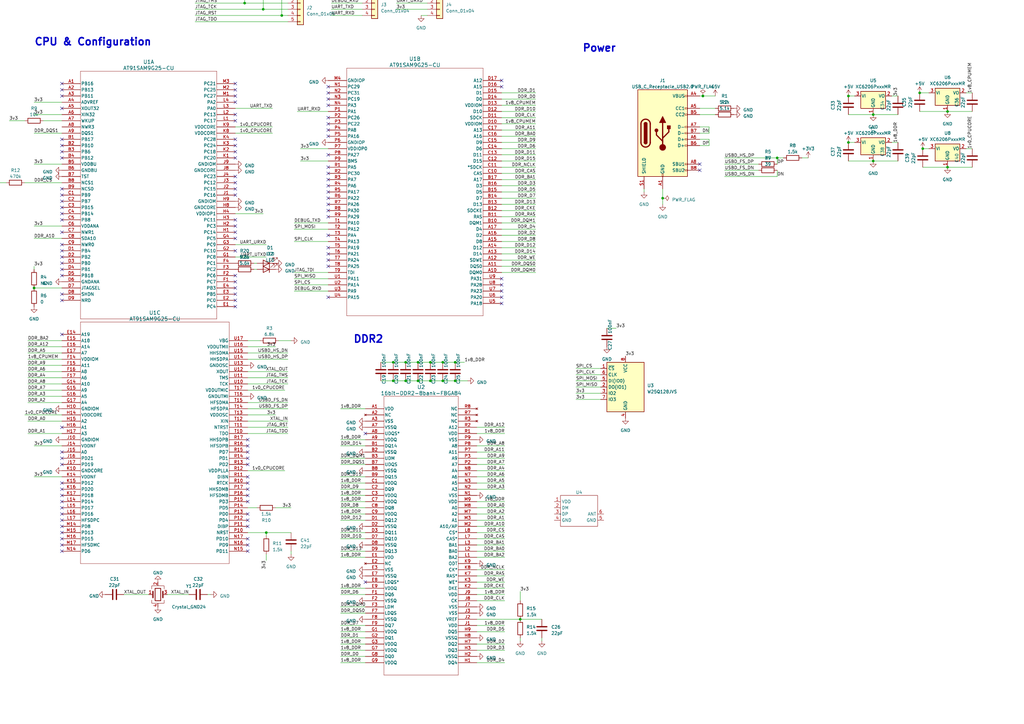
<source format=kicad_sch>
(kicad_sch (version 20230121) (generator eeschema)
  (paper "A3")
  (junction (at 176.53 148.59))
  (junction (at -45.72 113.03))
  (junction (at 288.29 39.37))
  (junction (at -40.64 113.03))
  (junction (at 107.95 -11.43))
  (junction (at -30.48 120.65))
  (junction (at -35.56 154.94))
  (junction (at -40.64 154.94))
  (junction (at 115.57 6.35))
  (junction (at -60.96 120.65))
  (junction (at 100.33 -11.43))
  (junction (at -55.88 113.03))
  (junction (at -50.8 162.56))
  (junction (at 388.62 45.72))
  (junction (at 107.95 3.81))
  (junction (at -55.88 154.94))
  (junction (at -60.96 135.89))
  (junction (at 318.77 64.77))
  (junction (at 171.45 148.59))
  (junction (at -50.8 120.65))
  (junction (at 271.78 81.28))
  (junction (at -35.56 120.65))
  (junction (at -35.56 113.03))
  (junction (at -30.48 113.03))
  (junction (at -45.72 154.94))
  (junction (at -60.96 143.51))
  (junction (at 92.71 -1.27))
  (junction (at -60.96 113.03))
  (junction (at 347.98 39.37))
  (junction (at -60.96 162.56))
  (junction (at 166.37 148.59))
  (junction (at 388.62 68.58))
  (junction (at 171.45 156.21))
  (junction (at 176.53 156.21))
  (junction (at -40.64 162.56))
  (junction (at -35.56 162.56))
  (junction (at -45.72 120.65))
  (junction (at 161.29 148.59))
  (junction (at -50.8 113.03))
  (junction (at 186.69 148.59))
  (junction (at 100.33 1.27))
  (junction (at 181.61 156.21))
  (junction (at 13.97 118.11))
  (junction (at -60.96 154.94))
  (junction (at -55.88 120.65))
  (junction (at 109.22 218.44))
  (junction (at 378.46 60.96))
  (junction (at -55.88 143.51))
  (junction (at 213.36 254))
  (junction (at -55.88 162.56))
  (junction (at 115.57 -11.43))
  (junction (at 377.19 38.1))
  (junction (at -40.64 120.65))
  (junction (at -50.8 154.94))
  (junction (at 358.14 66.04))
  (junction (at -55.88 135.89))
  (junction (at 358.14 46.99))
  (junction (at 181.61 148.59))
  (junction (at 161.29 156.21))
  (junction (at 347.98 58.42))
  (junction (at 166.37 156.21))
  (junction (at -45.72 162.56))
  (junction (at 186.69 156.21))
  (no_connect (at 134.62 86.36))
  (no_connect (at 134.62 71.12))
  (no_connect (at 287.02 69.85))
  (no_connect (at 25.4 36.83))
  (no_connect (at 101.6 200.66))
  (no_connect (at 25.4 105.41))
  (no_connect (at 96.52 118.11))
  (no_connect (at 134.62 121.92))
  (no_connect (at 134.62 55.88))
  (no_connect (at 101.6 182.88))
  (no_connect (at 96.52 64.77))
  (no_connect (at 25.4 34.29))
  (no_connect (at 96.52 36.83))
  (no_connect (at 134.62 63.5))
  (no_connect (at 101.6 195.58))
  (no_connect (at 134.62 50.8))
  (no_connect (at 96.52 115.57))
  (no_connect (at 25.4 226.06))
  (no_connect (at 205.74 35.56))
  (no_connect (at 25.4 120.65))
  (no_connect (at 25.4 208.28))
  (no_connect (at 25.4 59.69))
  (no_connect (at 25.4 110.49))
  (no_connect (at 101.6 215.9))
  (no_connect (at 101.6 205.74))
  (no_connect (at 101.6 223.52))
  (no_connect (at 134.62 109.22))
  (no_connect (at 205.74 119.38))
  (no_connect (at 101.6 198.12))
  (no_connect (at 101.6 180.34))
  (no_connect (at 96.52 113.03))
  (no_connect (at 205.74 121.92))
  (no_connect (at 134.62 81.28))
  (no_connect (at 134.62 73.66))
  (no_connect (at 25.4 100.33))
  (no_connect (at 25.4 187.96))
  (no_connect (at 25.4 213.36))
  (no_connect (at 25.4 77.47))
  (no_connect (at 25.4 205.74))
  (no_connect (at 96.52 74.93))
  (no_connect (at 96.52 46.99))
  (no_connect (at 25.4 123.19))
  (no_connect (at 96.52 102.87))
  (no_connect (at 101.6 226.06))
  (no_connect (at 205.74 114.3))
  (no_connect (at 149.86 238.76))
  (no_connect (at 25.4 113.03))
  (no_connect (at 134.62 88.9))
  (no_connect (at 101.6 190.5))
  (no_connect (at 96.52 72.39))
  (no_connect (at 25.4 107.95))
  (no_connect (at 101.6 187.96))
  (no_connect (at 134.62 35.56))
  (no_connect (at 205.74 33.02))
  (no_connect (at 96.52 90.17))
  (no_connect (at 25.4 90.17))
  (no_connect (at 96.52 80.01))
  (no_connect (at 205.74 124.46))
  (no_connect (at 101.6 185.42))
  (no_connect (at 25.4 80.01))
  (no_connect (at 134.62 76.2))
  (no_connect (at 96.52 34.29))
  (no_connect (at 25.4 190.5))
  (no_connect (at 96.52 77.47))
  (no_connect (at 96.52 97.79))
  (no_connect (at 25.4 87.63))
  (no_connect (at 101.6 213.36))
  (no_connect (at 134.62 83.82))
  (no_connect (at 96.52 120.65))
  (no_connect (at 25.4 185.42))
  (no_connect (at 287.02 67.31))
  (no_connect (at 101.6 220.98))
  (no_connect (at 149.86 177.8))
  (no_connect (at 96.52 125.73))
  (no_connect (at 205.74 116.84))
  (no_connect (at 25.4 95.25))
  (no_connect (at 101.6 203.2))
  (no_connect (at 96.52 95.25))
  (no_connect (at 25.4 220.98))
  (no_connect (at 96.52 123.19))
  (no_connect (at 25.4 39.37))
  (no_connect (at 134.62 106.68))
  (no_connect (at 25.4 200.66))
  (no_connect (at 96.52 62.23))
  (no_connect (at 25.4 175.26))
  (no_connect (at 134.62 104.14))
  (no_connect (at 134.62 43.18))
  (no_connect (at 25.4 210.82))
  (no_connect (at 96.52 59.69))
  (no_connect (at 134.62 101.6))
  (no_connect (at 25.4 203.2))
  (no_connect (at 25.4 64.77))
  (no_connect (at 96.52 92.71))
  (no_connect (at 96.52 49.53))
  (no_connect (at 96.52 41.91))
  (no_connect (at 25.4 102.87))
  (no_connect (at 25.4 62.23))
  (no_connect (at 134.62 53.34))
  (no_connect (at 134.62 40.64))
  (no_connect (at 25.4 85.09))
  (no_connect (at 96.52 39.37))
  (no_connect (at 25.4 223.52))
  (no_connect (at 134.62 48.26))
  (no_connect (at 134.62 38.1))
  (no_connect (at 25.4 198.12))
  (no_connect (at 25.4 137.16))
  (no_connect (at 25.4 44.45))
  (no_connect (at 134.62 96.52))
  (no_connect (at 25.4 82.55))
  (no_connect (at 96.52 57.15))
  (no_connect (at 134.62 68.58))
  (no_connect (at 25.4 218.44))
  (no_connect (at 25.4 57.15))
  (no_connect (at 134.62 78.74))
  (no_connect (at 25.4 215.9))
  (no_connect (at 101.6 210.82))
  (wire (pts (xy 106.68 139.7) (xy 101.6 139.7)))
  (wire (pts (xy 264.16 78.74) (xy 264.16 77.47)))
  (wire (pts (xy 195.58 264.16) (xy 207.01 264.16)))
  (wire (pts (xy -30.48 113.03) (xy -22.86 113.03)))
  (wire (pts (xy 11.43 149.86) (xy 25.4 149.86)))
  (wire (pts (xy -50.8 120.65) (xy -45.72 120.65)))
  (wire (pts (xy 101.6 208.28) (xy 105.41 208.28)))
  (wire (pts (xy 347.98 39.37) (xy 350.52 39.37)))
  (wire (pts (xy -50.8 113.03) (xy -45.72 113.03)))
  (wire (pts (xy 236.22 156.21) (xy 246.38 156.21)))
  (wire (pts (xy 120.65 99.06) (xy 134.62 99.06)))
  (wire (pts (xy 11.43 144.78) (xy 25.4 144.78)))
  (wire (pts (xy 80.01 8.89) (xy 118.11 8.89)))
  (wire (pts (xy 195.58 200.66) (xy 207.01 200.66)))
  (wire (pts (xy -30.48 120.65) (xy -22.86 120.65)))
  (wire (pts (xy 195.58 259.08) (xy 207.01 259.08)))
  (wire (pts (xy 13.97 118.11) (xy 25.4 118.11)))
  (wire (pts (xy 195.58 185.42) (xy 207.01 185.42)))
  (wire (pts (xy 11.43 152.4) (xy 25.4 152.4)))
  (wire (pts (xy 195.58 213.36) (xy 207.01 213.36)))
  (wire (pts (xy 195.58 243.84) (xy 207.01 243.84)))
  (wire (pts (xy 92.71 -3.81) (xy 92.71 -1.27)))
  (wire (pts (xy 378.46 60.96) (xy 381 60.96)))
  (wire (pts (xy 318.77 72.39) (xy 318.77 69.85)))
  (wire (pts (xy 139.7 220.98) (xy 149.86 220.98)))
  (wire (pts (xy -45.72 154.94) (xy -40.64 154.94)))
  (wire (pts (xy 236.22 161.29) (xy 246.38 161.29)))
  (wire (pts (xy 195.58 220.98) (xy 207.01 220.98)))
  (wire (pts (xy 139.7 167.64) (xy 149.86 167.64)))
  (wire (pts (xy 139.7 228.6) (xy 149.86 228.6)))
  (wire (pts (xy 205.74 81.28) (xy 219.71 81.28)))
  (wire (pts (xy 205.74 63.5) (xy 219.71 63.5)))
  (wire (pts (xy 139.7 261.62) (xy 149.86 261.62)))
  (wire (pts (xy 11.43 157.48) (xy 25.4 157.48)))
  (wire (pts (xy -66.04 154.94) (xy -60.96 154.94)))
  (wire (pts (xy 118.11 147.32) (xy 101.6 147.32)))
  (wire (pts (xy 10.16 170.18) (xy 25.4 170.18)))
  (wire (pts (xy -55.88 143.51) (xy -45.72 143.51)))
  (wire (pts (xy 116.84 160.02) (xy 101.6 160.02)))
  (wire (pts (xy 205.74 76.2) (xy 219.71 76.2)))
  (wire (pts (xy -40.64 120.65) (xy -35.56 120.65)))
  (wire (pts (xy 171.45 148.59) (xy 176.53 148.59)))
  (wire (pts (xy 139.7 266.7) (xy 149.86 266.7)))
  (wire (pts (xy 252.73 134.62) (xy 248.92 134.62)))
  (wire (pts (xy 347.98 66.04) (xy 358.14 66.04)))
  (wire (pts (xy -66.04 162.56) (xy -60.96 162.56)))
  (wire (pts (xy 205.74 99.06) (xy 219.71 99.06)))
  (wire (pts (xy 205.74 71.12) (xy 219.71 71.12)))
  (wire (pts (xy 139.7 205.74) (xy 149.86 205.74)))
  (wire (pts (xy 11.43 154.94) (xy 25.4 154.94)))
  (wire (pts (xy 104.14 110.49) (xy 105.41 110.49)))
  (wire (pts (xy 115.57 -3.81) (xy 115.57 6.35)))
  (wire (pts (xy 377.19 45.72) (xy 388.62 45.72)))
  (wire (pts (xy 13.97 41.91) (xy 25.4 41.91)))
  (wire (pts (xy 195.58 195.58) (xy 207.01 195.58)))
  (wire (pts (xy -45.72 120.65) (xy -40.64 120.65)))
  (wire (pts (xy 195.58 256.54) (xy 207.01 256.54)))
  (wire (pts (xy 162.56 3.81) (xy 175.26 3.81)))
  (wire (pts (xy -60.96 154.94) (xy -55.88 154.94)))
  (wire (pts (xy 118.11 144.78) (xy 101.6 144.78)))
  (wire (pts (xy 80.01 3.81) (xy 107.95 3.81)))
  (wire (pts (xy 195.58 241.3) (xy 207.01 241.3)))
  (wire (pts (xy 120.65 119.38) (xy 134.62 119.38)))
  (wire (pts (xy 111.76 54.61) (xy 96.52 54.61)))
  (wire (pts (xy 347.98 58.42) (xy 350.52 58.42)))
  (wire (pts (xy 195.58 190.5) (xy 207.01 190.5)))
  (wire (pts (xy 161.29 156.21) (xy 166.37 156.21)))
  (wire (pts (xy 120.65 111.76) (xy 134.62 111.76)))
  (wire (pts (xy 176.53 156.21) (xy 181.61 156.21)))
  (wire (pts (xy 11.43 172.72) (xy 25.4 172.72)))
  (wire (pts (xy -50.8 154.94) (xy -45.72 154.94)))
  (wire (pts (xy 219.71 40.64) (xy 205.74 40.64)))
  (wire (pts (xy 388.62 68.58) (xy 398.78 68.58)))
  (wire (pts (xy 139.7 241.3) (xy 149.86 241.3)))
  (wire (pts (xy 205.74 91.44) (xy 219.71 91.44)))
  (wire (pts (xy 287.02 54.61) (xy 290.83 54.61)))
  (wire (pts (xy 396.24 38.1) (xy 398.78 38.1)))
  (wire (pts (xy 13.97 97.79) (xy 25.4 97.79)))
  (wire (pts (xy 205.74 48.26) (xy 219.71 48.26)))
  (wire (pts (xy 86.36 243.84) (xy 85.09 243.84)))
  (wire (pts (xy 139.7 269.24) (xy 149.86 269.24)))
  (wire (pts (xy 118.11 165.1) (xy 101.6 165.1)))
  (wire (pts (xy 77.47 243.84) (xy 68.58 243.84)))
  (wire (pts (xy 118.11 172.72) (xy 101.6 172.72)))
  (wire (pts (xy 290.83 59.69) (xy 290.83 57.15)))
  (wire (pts (xy 10.16 74.93) (xy 25.4 74.93)))
  (wire (pts (xy 297.18 69.85) (xy 311.15 69.85)))
  (wire (pts (xy 195.58 193.04) (xy 207.01 193.04)))
  (wire (pts (xy 205.74 78.74) (xy 219.71 78.74)))
  (wire (pts (xy -45.72 113.03) (xy -40.64 113.03)))
  (wire (pts (xy 139.7 248.92) (xy 149.86 248.92)))
  (wire (pts (xy 13.97 182.88) (xy 25.4 182.88)))
  (wire (pts (xy 181.61 148.59) (xy 186.69 148.59)))
  (wire (pts (xy 205.74 50.8) (xy 219.71 50.8)))
  (wire (pts (xy 139.7 251.46) (xy 149.86 251.46)))
  (wire (pts (xy 195.58 226.06) (xy 207.01 226.06)))
  (wire (pts (xy 293.37 39.37) (xy 288.29 39.37)))
  (wire (pts (xy -55.88 162.56) (xy -50.8 162.56)))
  (wire (pts (xy 195.58 182.88) (xy 207.01 182.88)))
  (wire (pts (xy 318.77 64.77) (xy 318.77 67.31)))
  (wire (pts (xy 113.03 208.28) (xy 119.38 208.28)))
  (wire (pts (xy 195.58 175.26) (xy 207.01 175.26)))
  (wire (pts (xy 13.97 54.61) (xy 25.4 54.61)))
  (wire (pts (xy -35.56 154.94) (xy -27.94 154.94)))
  (wire (pts (xy 166.37 156.21) (xy 171.45 156.21)))
  (wire (pts (xy 195.58 228.6) (xy 207.01 228.6)))
  (wire (pts (xy 120.65 116.84) (xy 134.62 116.84)))
  (wire (pts (xy 195.58 238.76) (xy 207.01 238.76)))
  (wire (pts (xy -35.56 162.56) (xy -27.94 162.56)))
  (wire (pts (xy 13.97 92.71) (xy 25.4 92.71)))
  (wire (pts (xy 205.74 109.22) (xy 219.71 109.22)))
  (wire (pts (xy 135.89 1.27) (xy 148.59 1.27)))
  (wire (pts (xy 119.38 227.33) (xy 119.38 226.06)))
  (wire (pts (xy 195.58 210.82) (xy 207.01 210.82)))
  (wire (pts (xy 96.52 105.41) (xy 109.22 105.41)))
  (wire (pts (xy 80.01 1.27) (xy 100.33 1.27)))
  (wire (pts (xy 195.58 233.68) (xy 207.01 233.68)))
  (wire (pts (xy 297.18 72.39) (xy 318.77 72.39)))
  (wire (pts (xy 111.76 52.07) (xy 96.52 52.07)))
  (wire (pts (xy 205.74 43.18) (xy 219.71 43.18)))
  (wire (pts (xy 205.74 83.82) (xy 219.71 83.82)))
  (wire (pts (xy 107.95 -3.81) (xy 107.95 3.81)))
  (wire (pts (xy 293.37 46.99) (xy 287.02 46.99)))
  (wire (pts (xy 135.89 6.35) (xy 148.59 6.35)))
  (wire (pts (xy 139.7 190.5) (xy 149.86 190.5)))
  (wire (pts (xy 11.43 142.24) (xy 25.4 142.24)))
  (wire (pts (xy 92.71 -1.27) (xy 118.11 -1.27)))
  (wire (pts (xy 139.7 226.06) (xy 149.86 226.06)))
  (wire (pts (xy -55.88 135.89) (xy -45.72 135.89)))
  (wire (pts (xy 171.45 156.21) (xy 176.53 156.21)))
  (wire (pts (xy 195.58 236.22) (xy 207.01 236.22)))
  (wire (pts (xy 119.38 139.7) (xy 114.3 139.7)))
  (wire (pts (xy 120.65 93.98) (xy 134.62 93.98)))
  (wire (pts (xy 222.25 262.89) (xy 222.25 261.62)))
  (wire (pts (xy 213.36 254) (xy 222.25 254)))
  (wire (pts (xy 195.58 271.78) (xy 207.01 271.78)))
  (wire (pts (xy 118.11 167.64) (xy 101.6 167.64)))
  (wire (pts (xy 297.18 67.31) (xy 311.15 67.31)))
  (wire (pts (xy -3.81 74.93) (xy 2.54 74.93)))
  (wire (pts (xy 205.74 60.96) (xy 219.71 60.96)))
  (wire (pts (xy 139.7 198.12) (xy 149.86 198.12)))
  (wire (pts (xy -60.96 162.56) (xy -55.88 162.56)))
  (wire (pts (xy -50.8 162.56) (xy -45.72 162.56)))
  (wire (pts (xy 118.11 152.4) (xy 101.6 152.4)))
  (wire (pts (xy 13.97 46.99) (xy 25.4 46.99)))
  (wire (pts (xy 139.7 259.08) (xy 149.86 259.08)))
  (wire (pts (xy -55.88 120.65) (xy -50.8 120.65)))
  (wire (pts (xy -60.96 120.65) (xy -55.88 120.65)))
  (wire (pts (xy 388.62 45.72) (xy 398.78 45.72)))
  (wire (pts (xy 11.43 162.56) (xy 25.4 162.56)))
  (wire (pts (xy 205.74 73.66) (xy 219.71 73.66)))
  (wire (pts (xy -60.96 113.03) (xy -55.88 113.03)))
  (wire (pts (xy 139.7 243.84) (xy 149.86 243.84)))
  (wire (pts (xy -45.72 162.56) (xy -40.64 162.56)))
  (wire (pts (xy 11.43 160.02) (xy 25.4 160.02)))
  (wire (pts (xy 13.97 67.31) (xy 25.4 67.31)))
  (wire (pts (xy 365.76 39.37) (xy 368.3 39.37)))
  (wire (pts (xy 288.29 39.37) (xy 287.02 39.37)))
  (wire (pts (xy 321.31 64.77) (xy 318.77 64.77)))
  (wire (pts (xy 186.69 156.21) (xy 191.77 156.21)))
  (wire (pts (xy 100.33 -11.43) (xy 107.95 -11.43)))
  (wire (pts (xy 236.22 153.67) (xy 246.38 153.67)))
  (wire (pts (xy 205.74 106.68) (xy 219.71 106.68)))
  (wire (pts (xy 205.74 68.58) (xy 219.71 68.58)))
  (wire (pts (xy 378.46 68.58) (xy 388.62 68.58)))
  (wire (pts (xy 109.22 218.44) (xy 119.38 218.44)))
  (wire (pts (xy 25.4 147.32) (xy 11.43 147.32)))
  (wire (pts (xy 101.6 177.8) (xy 118.11 177.8)))
  (wire (pts (xy 139.7 200.66) (xy 149.86 200.66)))
  (wire (pts (xy 139.7 210.82) (xy 149.86 210.82)))
  (wire (pts (xy 236.22 158.75) (xy 246.38 158.75)))
  (wire (pts (xy 195.58 177.8) (xy 207.01 177.8)))
  (wire (pts (xy 271.78 81.28) (xy 271.78 77.47)))
  (wire (pts (xy 50.8 243.84) (xy 60.96 243.84)))
  (wire (pts (xy 120.65 114.3) (xy 134.62 114.3)))
  (wire (pts (xy 139.7 271.78) (xy 149.86 271.78)))
  (wire (pts (xy 139.7 203.2) (xy 149.86 203.2)))
  (wire (pts (xy 236.22 151.13) (xy 246.38 151.13)))
  (wire (pts (xy 195.58 187.96) (xy 207.01 187.96)))
  (wire (pts (xy 13.97 109.22) (xy 13.97 110.49)))
  (wire (pts (xy 109.22 227.33) (xy 109.22 229.87)))
  (wire (pts (xy 104.14 107.95) (xy 105.41 107.95)))
  (wire (pts (xy 3.81 49.53) (xy 10.16 49.53)))
  (wire (pts (xy 161.29 148.59) (xy 166.37 148.59)))
  (wire (pts (xy 205.74 58.42) (xy 219.71 58.42)))
  (wire (pts (xy 195.58 254) (xy 213.36 254)))
  (wire (pts (xy 162.56 1.27) (xy 175.26 1.27)))
  (wire (pts (xy 205.74 88.9) (xy 219.71 88.9)))
  (wire (pts (xy 365.76 58.42) (xy 368.3 58.42)))
  (wire (pts (xy 107.95 87.63) (xy 96.52 87.63)))
  (wire (pts (xy 80.01 6.35) (xy 115.57 6.35)))
  (wire (pts (xy 205.74 96.52) (xy 219.71 96.52)))
  (wire (pts (xy 11.43 139.7) (xy 25.4 139.7)))
  (wire (pts (xy 135.89 -1.27) (xy 148.59 -1.27)))
  (wire (pts (xy 121.92 45.72) (xy 134.62 45.72)))
  (wire (pts (xy 205.74 45.72) (xy 219.71 45.72)))
  (wire (pts (xy 139.7 256.54) (xy 149.86 256.54)))
  (wire (pts (xy 162.56 -1.27) (xy 175.26 -1.27)))
  (wire (pts (xy 11.43 177.8) (xy 25.4 177.8)))
  (wire (pts (xy 139.7 187.96) (xy 149.86 187.96)))
  (wire (pts (xy 156.21 148.59) (xy 161.29 148.59)))
  (wire (pts (xy 100.33 -3.81) (xy 100.33 1.27)))
  (wire (pts (xy 195.58 266.7) (xy 207.01 266.7)))
  (wire (pts (xy 358.14 46.99) (xy 368.3 46.99)))
  (wire (pts (xy 347.98 46.99) (xy 358.14 46.99)))
  (wire (pts (xy 290.83 57.15) (xy 287.02 57.15)))
  (wire (pts (xy -35.56 120.65) (xy -30.48 120.65)))
  (wire (pts (xy -40.64 162.56) (xy -35.56 162.56)))
  (wire (pts (xy 236.22 163.83) (xy 246.38 163.83)))
  (wire (pts (xy 176.53 148.59) (xy 181.61 148.59)))
  (wire (pts (xy 205.74 55.88) (xy 219.71 55.88)))
  (wire (pts (xy 118.11 157.48) (xy 101.6 157.48)))
  (wire (pts (xy 205.74 53.34) (xy 219.71 53.34)))
  (wire (pts (xy 195.58 218.44) (xy 207.01 218.44)))
  (wire (pts (xy 195.58 198.12) (xy 207.01 198.12)))
  (wire (pts (xy 139.7 180.34) (xy 149.86 180.34)))
  (wire (pts (xy -66.04 113.03) (xy -60.96 113.03)))
  (wire (pts (xy 186.69 148.59) (xy 190.5 148.59)))
  (wire (pts (xy 139.7 208.28) (xy 149.86 208.28)))
  (wire (pts (xy 139.7 195.58) (xy 149.86 195.58)))
  (wire (pts (xy 139.7 218.44) (xy 149.86 218.44)))
  (wire (pts (xy -40.64 154.94) (xy -35.56 154.94)))
  (wire (pts (xy 195.58 208.28) (xy 207.01 208.28)))
  (wire (pts (xy 290.83 52.07) (xy 290.83 54.61)))
  (wire (pts (xy -35.56 113.03) (xy -30.48 113.03)))
  (wire (pts (xy 135.89 3.81) (xy 148.59 3.81)))
  (wire (pts (xy 377.19 38.1) (xy 381 38.1)))
  (wire (pts (xy 271.78 83.82) (xy 271.78 81.28)))
  (wire (pts (xy 166.37 148.59) (xy 171.45 148.59)))
  (wire (pts (xy 205.74 66.04) (xy 219.71 66.04)))
  (wire (pts (xy 120.65 91.44) (xy 134.62 91.44)))
  (wire (pts (xy 297.18 64.77) (xy 318.77 64.77)))
  (wire (pts (xy 100.33 1.27) (xy 118.11 1.27)))
  (wire (pts (xy 156.21 156.21) (xy 161.29 156.21)))
  (wire (pts (xy 11.43 165.1) (xy 25.4 165.1)))
  (wire (pts (xy 123.19 60.96) (xy 134.62 60.96)))
  (wire (pts (xy -60.96 135.89) (xy -55.88 135.89)))
  (wire (pts (xy 195.58 223.52) (xy 207.01 223.52)))
  (wire (pts (xy -55.88 154.94) (xy -50.8 154.94)))
  (wire (pts (xy 96.52 44.45) (xy 111.76 44.45)))
  (wire (pts (xy 213.36 242.57) (xy 213.36 246.38)))
  (wire (pts (xy 17.78 49.53) (xy 25.4 49.53)))
  (wire (pts (xy 195.58 205.74) (xy 207.01 205.74)))
  (wire (pts (xy 293.37 44.45) (xy 287.02 44.45)))
  (wire (pts (xy 115.57 -11.43) (xy 121.92 -11.43)))
  (wire (pts (xy 205.74 86.36) (xy 219.71 86.36)))
  (wire (pts (xy 205.74 101.6) (xy 219.71 101.6)))
  (wire (pts (xy 80.01 -1.27) (xy 92.71 -1.27)))
  (wire (pts (xy 113.03 142.24) (xy 101.6 142.24)))
  (wire (pts (xy 181.61 156.21) (xy 186.69 156.21)))
  (wire (pts (xy 205.74 93.98) (xy 219.71 93.98)))
  (wire (pts (xy -66.04 120.65) (xy -60.96 120.65)))
  (wire (pts (xy 107.95 3.81) (xy 118.11 3.81)))
  (wire (pts (xy 101.6 175.26) (xy 118.11 175.26)))
  (wire (pts (xy 205.74 38.1) (xy 219.71 38.1)))
  (wire (pts (xy 116.84 193.04) (xy 101.6 193.04)))
  (wire (pts (xy -66.04 143.51) (xy -60.96 143.51)))
  (wire (pts (xy 331.47 64.77) (xy 328.93 64.77)))
  (wire (pts (xy 396.24 60.96) (xy 398.78 60.96)))
  (wire (pts (xy 139.7 213.36) (xy 149.86 213.36)))
  (wire (pts (xy 115.57 6.35) (xy 118.11 6.35)))
  (wire (pts (xy 109.22 219.71) (xy 109.22 218.44)))
  (wire (pts (xy 205.74 104.14) (xy 219.71 104.14)))
  (wire (pts (xy -40.64 113.03) (xy -35.56 113.03)))
  (wire (pts (xy -66.04 135.89) (xy -60.96 135.89)))
  (wire (pts (xy 92.71 -11.43) (xy 100.33 -11.43)))
  (wire (pts (xy 358.14 66.04) (xy 368.3 66.04)))
  (wire (pts (xy 139.7 182.88) (xy 149.86 182.88)))
  (wire (pts (xy 287.02 52.07) (xy 290.83 52.07)))
  (wire (pts (xy 107.95 -11.43) (xy 115.57 -11.43)))
  (wire (pts (xy -55.88 113.03) (xy -50.8 113.03)))
  (wire (pts (xy 205.74 111.76) (xy 219.71 111.76)))
  (wire (pts (xy 287.02 59.69) (xy 290.83 59.69)))
  (wire (pts (xy 195.58 246.38) (xy 207.01 246.38)))
  (wire (pts (xy 118.11 154.94) (xy 101.6 154.94)))
  (wire (pts (xy 113.03 170.18) (xy 101.6 170.18)))
  (wire (pts (xy 13.97 195.58) (xy 25.4 195.58)))
  (wire (pts (xy 172.72 6.35) (xy 175.26 6.35)))
  (wire (pts (xy 101.6 218.44) (xy 109.22 218.44)))
  (wire (pts (xy -60.96 143.51) (xy -55.88 143.51)))
  (wire (pts (xy 139.7 264.16) (xy 149.86 264.16)))
  (wire (pts (xy 96.52 100.33) (xy 109.22 100.33)))
  (wire (pts (xy 123.19 66.04) (xy 134.62 66.04)))
  (wire (pts (xy 195.58 215.9) (xy 207.01 215.9)))
  (wire (pts (xy 213.36 261.62) (xy 213.36 262.89)))
  (text "CPU & Configuration\n" (at 13.97 19.05 0) (effects (font (size 3 3) (thickness 0.6) bold) (justify left bottom)))
  (text "Power" (at 238.76 21.59 0) (effects (font (size 3 3) (thickness 0.6) bold) (justify left bottom)))
  (text "DDR2" (at 144.78 140.97 0) (effects (font (size 3 3) (thickness 0.6) bold) (justify left bottom)))
  (label "DDR_A5" (at 207.01 198.12 180))
  (label "DDR_D1" (at 139.7 261.62 0))
  (label "DDR_A5" (at 11.43 144.78 0))
  (label "1v8_DDR" (at 207.01 205.74 180))
  (label "DDR_RAS" (at 207.01 236.22 180))
  (label "DDR_D7" (at 139.7 256.54 0))
  (label "3v3" (at 256.54 146.05 0))
  (label "DEBUG_RXD" (at 135.89 1.27 0))
  (label "DDR_A3" (at 11.43 162.56 0))
  (label "3v3" (at 236.22 161.29 0))
  (label "DDR_A11" (at 207.01 185.42 180))
  (label "UART_TXD" (at 135.89 3.81 0))
  (label "DDR_D8" (at 219.71 99.06 180))
  (label "JTAG_TDI" (at 120.65 111.76 0))
  (label "UART_URXD" (at 162.56 1.27 0))
  (label "DDR_D11" (at 219.71 63.5 180))
  (label "SPI_CS" (at 236.22 151.13 0))
  (label "DDR_D14" (at 219.71 104.14 180))
  (label "UART_RXD" (at 121.92 45.72 0))
  (label "1v0_CPUCORE" (at 111.76 52.07 180))
  (label "JTAG_TMS" (at 118.11 154.94 180))
  (label "DDR_CKE" (at 207.01 241.3 180))
  (label "1v8_CPUMEM" (at 11.43 147.32 0))
  (label "DDR_CLK" (at 207.01 246.38 180))
  (label "UART_TXD" (at 111.76 44.45 180))
  (label "JTAG_RST" (at 118.11 175.26 180))
  (label "DDR_NCLK" (at 219.71 68.58 180))
  (label "DDR_D5" (at 219.71 78.74 180))
  (label "3v3" (at 368.3 39.37 90))
  (label "DDR_A1" (at 11.43 177.8 0))
  (label "1v0_CPUCORE" (at 111.76 54.61 180))
  (label "SPI_CLK" (at 236.22 153.67 0))
  (label "1v8_DDR" (at 368.3 58.42 90))
  (label "JTAG_TCK" (at 118.11 157.48 180))
  (label "3v3" (at 121.92 -11.43 0))
  (label "1v0_CPUCORE" (at 116.84 193.04 180))
  (label "1v8_DDR" (at 139.7 167.64 0))
  (label "DDR_CAS" (at 219.71 71.12 180))
  (label "USBD_HS_DN" (at 118.11 144.78 180))
  (label "USBD_FS_DP" (at 118.11 167.64 180))
  (label "UART_UTXD" (at 109.22 105.41 180))
  (label "SPI_MISO" (at 236.22 158.75 0))
  (label "3v3" (at 162.56 3.81 0))
  (label "1v8_DDR" (at 139.7 205.74 0))
  (label "DDR_D4" (at 219.71 93.98 180))
  (label "DDR_BA0" (at 207.01 226.06 180))
  (label "1v8_CPUMEM" (at 219.71 43.18 180))
  (label "SPI_MISO" (at 120.65 114.3 0))
  (label "1v8_DDR" (at 139.7 198.12 0))
  (label "DDR_D6" (at 219.71 60.96 180))
  (label "DDR_WE" (at 207.01 238.76 180))
  (label "1v8_DDR" (at 139.7 180.34 0))
  (label "DDR_DQM0" (at 219.71 111.76 180))
  (label "SPI_MOSI" (at 236.22 156.21 0))
  (label "1v8_DDR" (at 207.01 243.84 180))
  (label "1v8_DDR" (at 139.7 271.78 0))
  (label "DDR_D3" (at 219.71 76.2 180))
  (label "1v8_DDR" (at 139.7 228.6 0))
  (label "1v0_CPUCORE" (at -27.94 154.94 0))
  (label "DDR_A11" (at 219.71 53.34 180))
  (label "3v3" (at 13.97 46.99 0))
  (label "DEBUG_TXD" (at 135.89 -1.27 0))
  (label "DDR_NCLK" (at 207.01 233.68 180))
  (label "3v3" (at 213.36 242.57 0))
  (label "1v0_CPUCORE" (at 116.84 160.02 180))
  (label "DDR_BA0" (at 219.71 55.88 180))
  (label "DDR_DQS1" (at 139.7 190.5 0))
  (label "USBD_FS_DP" (at 297.18 67.31 0))
  (label "DDR_CAS" (at 207.01 220.98 180))
  (label "DDR_A3" (at 207.01 200.66 180))
  (label "3v3" (at 13.97 41.91 0))
  (label "3v3" (at 123.19 60.96 0))
  (label "DP" (at 290.83 59.69 180))
  (label "DDR_D5" (at 207.01 259.08 180))
  (label "SPI_CLK" (at 120.65 99.06 0))
  (label "DDR_DQS0" (at 139.7 251.46 0))
  (label "DDR_CLK" (at 219.71 48.26 180))
  (label "DDR_A1" (at 207.01 213.36 180))
  (label "1v0_CPUCORE" (at 10.16 170.18 0))
  (label "DDR_RAS" (at 219.71 88.9 180))
  (label "DDR_A0" (at 11.43 172.72 0))
  (label "DDR_D15" (at 139.7 195.58 0))
  (label "DDR_CS" (at 207.01 218.44 180))
  (label "XTAL_IN" (at 77.47 243.84 180))
  (label "3v3" (at 113.03 142.24 180))
  (label "3v3" (at 13.97 67.31 0))
  (label "DDR_D10" (at 219.71 45.72 180))
  (label "JTAG_TDO" (at 118.11 177.8 180))
  (label "3v3" (at 107.95 87.63 180))
  (label "DEBUG_TXD" (at 120.65 91.44 0))
  (label "1v8_CPUMEM" (at 398.78 38.1 90))
  (label "DDR_A6" (at 207.01 195.58 180))
  (label "DDR_D11" (at 139.7 218.44 0))
  (label "DDR_A8" (at 11.43 157.48 0))
  (label "1v8_DDR" (at 207.01 256.54 180))
  (label "1v8_DDR" (at 139.7 259.08 0))
  (label "JTAG_RST" (at 80.01 6.35 0))
  (label "USBD_FS_DN" (at 118.11 165.1 180))
  (label "1v8_DDR" (at 139.7 210.82 0))
  (label "1v8_CPUMEM" (at 219.71 50.8 180))
  (label "DDR_D13" (at 139.7 226.06 0))
  (label "JTAG_TDI" (at 80.01 -1.27 0))
  (label "USBD_HS_DN" (at 297.18 72.39 0))
  (label "DDR_A12" (at 207.01 175.26 180))
  (label "DDR_DQM0" (at 139.7 248.92 0))
  (label "DDR_D12" (at 219.71 101.6 180))
  (label "1v8_DDR" (at 207.01 177.8 180))
  (label "3v3" (at 13.97 109.22 0))
  (label "DDR_CKE" (at 219.71 86.36 180))
  (label "DDR_A10" (at 13.97 97.79 0))
  (label "DDR_D8" (at 139.7 208.28 0))
  (label "DDR_A4" (at 11.43 154.94 0))
  (label "1v8_DDR" (at 139.7 264.16 0))
  (label "DP" (at 318.77 67.31 0))
  (label "DDR_BA2" (at 11.43 139.7 0))
  (label "DDR_D7" (at 219.71 81.28 180))
  (label "DDR_BA1" (at 219.71 73.66 180))
  (label "3v3" (at 13.97 92.71 0))
  (label "XTAL_OUT" (at 50.8 243.84 0))
  (label "XTAL_IN" (at 118.11 172.72 180))
  (label "DDR_A0" (at 207.01 208.28 180))
  (label "3v3" (at -22.86 113.03 0))
  (label "DDR_D9" (at 219.71 58.42 180))
  (label "UART_UTXD" (at 162.56 -1.27 0))
  (label "DDR_D12" (at 139.7 213.36 0))
  (label "DEBUG_RXD" (at 120.65 119.38 0))
  (label "DDR_D0" (at 139.7 269.24 0))
  (label "JTAG_TMS" (at 80.01 1.27 0))
  (label "1v0_CPUCORE" (at 398.78 60.96 90))
  (label "USBD_HS_DP" (at 118.11 147.32 180))
  (label "3v3" (at 123.19 66.04 0))
  (label "3v3" (at 236.22 163.83 0))
  (label "3v3" (at 3.81 49.53 0))
  (label "DDR_A7" (at 207.01 190.5 180))
  (label "DDR_D9" (at 139.7 200.66 0))
  (label "DDR_A7" (at 11.43 160.02 0))
  (label "UART_RXD" (at 135.89 6.35 0))
  (label "DDR_DQS0" (at 219.71 109.22 180))
  (label "DDR_D13" (at 219.71 83.82 180))
  (label "DDR_D4" (at 207.01 271.78 180))
  (label "USBD_FS_DN" (at 297.18 69.85 0))
  (label "1v8_DDR" (at 139.7 203.2 0))
  (label "DDR_DQM1" (at 219.71 91.44 180))
  (label "DDR_D2" (at 219.71 96.52 180))
  (label "3v3" (at 113.03 170.18 180))
  (label "DDR_A10" (at 207.01 215.9 180))
  (label "DDR_WE" (at 219.71 106.68 180))
  (label "DDR_CS" (at 13.97 74.93 0))
  (label "DDR_A9" (at 207.01 187.96 180))
  (label "DDR_BA2" (at 207.01 228.6 180))
  (label "1v8_DDR" (at 139.7 266.7 0))
  (label "3v3" (at 119.38 208.28 180))
  (label "DN" (at 290.83 54.61 180))
  (label "1v8_CPUMEM" (at -45.72 135.89 0))
  (label "DDR_A9" (at 11.43 149.86 0))
  (label "XTAL_OUT" (at 118.11 152.4 180))
  (label "DDR_D1" (at 219.71 38.1 180))
  (label "DDR_A12" (at 11.43 142.24 0))
  (label "DDR_A8" (at 207.01 182.88 180))
  (label "3v3" (at 13.97 195.58 0))
  (label "DDR_A6" (at 11.43 152.4 0))
  (label "DDR_D10" (at 139.7 220.98 0))
  (label "DDR_D0" (at 219.71 40.64 180))
  (label "DDR_A4" (at 207.01 193.04 180))
  (label "DDR_D14" (at 139.7 182.88 0))
  (label "DDR_D3" (at 207.01 266.7 180))
  (label "DDR_BA1" (at 207.01 223.52 180))
  (label "DDR_D15" (at 219.71 66.04 180))
  (label "JTAG_TDO" (at 80.01 8.89 0))
  (label "1v8_DDR" (at 139.7 241.3 0))
  (label "DDR_D6" (at 139.7 243.84 0))
  (label "DDR_DQS1" (at 13.97 54.61 0))
  (label "SPI_CS" (at 120.65 116.84 0))
  (label "3v3" (at 109.22 229.87 270))
  (label "USBD_HS_DP" (at 297.18 64.77 0))
  (label "DDR_A2" (at 207.01 210.82 180))
  (label "DN" (at 318.77 72.39 0))
  (label "UART_URXD" (at 109.22 100.33 180))
  (label "3v3" (at 252.73 134.62 0))
  (label "3v3" (at -3.81 74.93 0))
  (label "3v3" (at 13.97 182.88 0))
  (label "1v8_DDR" (at 190.5 148.59 0))
  (label "DDR_DQM1" (at 139.7 187.96 0))
  (label "SPI_MOSI" (at 120.65 93.98 0))
  (label "DDR_A2" (at 11.43 165.1 0))
  (label "JTAG_TCK" (at 80.01 3.81 0))
  (label "DDR_D2" (at 207.01 264.16 180))
  (symbol (lib_id "Device:R") (at 213.36 250.19 180) (unit 1)
    (property "Reference" "R15" (at 215.9 249.555 0) (effects (justify right)))
    (property "Value" "1.5k" (at 215.9 252.095 0) (effects (justify right)))
    (property "Footprint" "jlywxy:0603" (effects hide))
  )
  (symbol (lib_id "Device:C") (at 161.29 152.4 180) (unit 1)
    (property "Reference" "C20" (at 162.56 153.67 90) (effects (justify left)))
    (property "Value" "100nF" (at 162.56 144.78 90) (effects (justify left)))
    (property "Footprint" "jlywxy:0402" (effects hide))
  )
  (symbol (lib_id "Device:R") (at 100.33 110.49 270) (unit 1)
    (property "Reference" "R21" (at 100.33 105.41 90))
    (property "Value" "5.6k" (at 100.33 107.95 90))
    (property "Footprint" "jlywxy:0603" (effects hide))
  )
  (symbol (lib_id "Device:C") (at -35.56 116.84 180) (unit 1)
    (property "Reference" "C7" (at -34.29 118.11 90) (effects (justify left)))
    (property "Value" "100nF" (at -34.29 109.22 90) (effects (justify left)))
    (property "Footprint" "jlywxy:0402" (effects hide))
  )
  (symbol (lib_id "Device:C") (at -55.88 158.75 180) (unit 1)
    (property "Reference" "C14" (at -54.61 160.02 90) (effects (justify left)))
    (property "Value" "100nF" (at -54.61 151.13 90) (effects (justify left)))
    (property "Footprint" "jlywxy:0402" (effects hide))
  )
  (symbol (lib_id "Device:LED") (at 109.22 110.49 180) (unit 1)
    (property "Reference" "D2" (at 110.8075 104.14 0))
    (property "Value" "LED" (at 110.8075 106.68 0))
    (property "Footprint" "LED_SMD:LED_0603_1608Metric_Pad1.05x0.95mm_HandSolder" (effects hide))
  )
  (symbol (lib_id "power:GND") (at -27.94 162.56 0) (unit 1)
    (property "Reference" "#PWR066" (effects hide))
    (property "Value" "GND" (at -27.94 167.64 0))
  )
  (symbol (lib_id "power:GND") (at 300.99 46.99 90) (unit 1)
    (property "Reference" "#PWR06" (effects hide))
    (property "Value" "GND" (at 304.8 47.625 90) (effects (justify right)))
  )
  (symbol (lib_id "power:GND") (at 172.72 6.35 0) (unit 1)
    (property "Reference" "#PWR067" (effects hide))
    (property "Value" "GND" (at 172.72 11.43 0))
  )
  (symbol (lib_id "power:GND") (at 300.99 44.45 90) (unit 1)
    (property "Reference" "#PWR05" (effects hide))
    (property "Value" "GND" (at 304.8 45.085 90) (effects (justify right)))
  )
  (symbol (lib_id "power:GND") (at 25.4 72.39 270) (unit 1)
    (property "Reference" "#PWR057" (effects hide))
    (property "Value" "GND" (at 21.59 73.025 90) (effects (justify right)))
  )
  (symbol (lib_id "Device:C") (at -66.04 139.7 180) (unit 1)
    (property "Reference" "C9" (at -64.77 140.97 90) (effects (justify left)))
    (property "Value" "100nF" (at -64.77 132.08 90) (effects (justify left)))
    (property "Footprint" "jlywxy:0402" (effects hide))
  )
  (symbol (lib_id "power:GND") (at 96.52 85.09 90) (unit 1)
    (property "Reference" "#PWR025" (effects hide))
    (property "Value" "GND" (at 100.33 85.725 90) (effects (justify right)))
  )
  (symbol (lib_id "power:GND") (at 25.4 69.85 270) (unit 1)
    (property "Reference" "#PWR028" (effects hide))
    (property "Value" "GND" (at 21.59 70.485 90) (effects (justify right)))
  )
  (symbol (lib_id "Device:R") (at 213.36 257.81 180) (unit 1)
    (property "Reference" "R14" (at 215.9 257.175 0) (effects (justify right)))
    (property "Value" "1.5k" (at 215.9 259.715 0) (effects (justify right)))
    (property "Footprint" "jlywxy:0603" (effects hide))
  )
  (symbol (lib_id "Device:R") (at 100.33 -7.62 180) (unit 1)
    (property "Reference" "R17" (at 105.41 -7.62 90))
    (property "Value" "10k" (at 102.87 -7.62 90))
    (property "Footprint" "jlywxy:0402" (effects hide))
  )
  (symbol (lib_id "jlywxy:AT91SAM9G25-CU") (at 25.4 34.29 0) (unit 1)
    (property "Reference" "U1" (at 60.96 25.4 0) (effects (font (size 1.524 1.524))))
    (property "Value" "AT91SAM9G25-CU" (at 60.96 27.94 0) (effects (font (size 1.524 1.524))))
    (property "Footprint" "jlywxy:AT91SAM9G25_JKT" (effects hide))
    (property "Datasheet" "AT91SAM9G25-CU" (effects hide))
  )
  (symbol (lib_id "Device:R") (at 109.22 208.28 90) (unit 1)
    (property "Reference" "R10" (at 109.22 213.36 90))
    (property "Value" "1.5k" (at 109.22 210.82 90))
    (property "Footprint" "jlywxy:0603" (effects hide))
  )
  (symbol (lib_id "power:GND") (at 64.77 238.76 180) (unit 1)
    (property "Reference" "#PWR02" (effects hide))
    (property "Value" "GND" (at 64.77 234.95 0))
  )
  (symbol (lib_id "power:GND") (at 113.03 107.95 90) (unit 1)
    (property "Reference" "#PWR068" (effects hide))
    (property "Value" "GND" (at 116.84 108.585 90) (effects (justify right)))
  )
  (symbol (lib_id "Device:C") (at 119.38 222.25 180) (unit 1)
    (property "Reference" "C41" (at 123.19 221.615 0) (effects (justify right)))
    (property "Value" "22pF" (at 123.19 224.155 0) (effects (justify right)))
    (property "Footprint" "jlywxy:0402" (effects hide))
  )
  (symbol (lib_id "power:GND") (at 25.4 167.64 270) (unit 1)
    (property "Reference" "#PWR030" (effects hide))
    (property "Value" "GND" (at 21.59 168.275 90) (effects (justify right)))
  )
  (symbol (lib_id "power:GND") (at 149.86 246.38 270) (unit 1)
    (property "Reference" "#PWR041" (effects hide))
    (property "Value" "GND" (at 146.05 247.015 90) (effects (justify right)))
  )
  (symbol (lib_id "Connector_Generic:Conn_01x05") (at 123.19 3.81 0) (unit 1)
    (property "Reference" "J2" (at 125.73 3.175 0) (effects (justify left)))
    (property "Value" "Conn_01x05" (at 125.73 5.715 0) (effects (justify left)))
    (property "Footprint" "Connector_PinHeader_2.00mm:PinHeader_1x05_P2.00mm_Vertical" (effects hide))
  )
  (symbol (lib_id "Device:C") (at 378.46 64.77 180) (unit 1)
    (property "Reference" "C39" (at 372.11 64.77 90))
    (property "Value" "22pF" (at 374.65 64.77 90))
    (property "Footprint" "jlywxy:0402" (effects hide))
  )
  (symbol (lib_id "Device:C") (at -40.64 116.84 180) (unit 1)
    (property "Reference" "C6" (at -39.37 118.11 90) (effects (justify left)))
    (property "Value" "100nF" (at -39.37 109.22 90) (effects (justify left)))
    (property "Footprint" "jlywxy:0402" (effects hide))
  )
  (symbol (lib_id "Device:C") (at -66.04 158.75 180) (unit 1)
    (property "Reference" "C12" (at -64.77 160.02 90) (effects (justify left)))
    (property "Value" "100nF" (at -64.77 151.13 90) (effects (justify left)))
    (property "Footprint" "jlywxy:0402" (effects hide))
  )
  (symbol (lib_id "power:GND") (at 43.18 243.84 270) (unit 1)
    (property "Reference" "#PWR03" (effects hide))
    (property "Value" "GND" (at 40.64 244.475 90) (effects (justify right)))
  )
  (symbol (lib_id "Device:C") (at -50.8 158.75 180) (unit 1)
    (property "Reference" "C15" (at -49.53 160.02 90) (effects (justify left)))
    (property "Value" "100nF" (at -49.53 151.13 90) (effects (justify left)))
    (property "Footprint" "jlywxy:0402" (effects hide))
  )
  (symbol (lib_id "Device:R") (at 314.96 69.85 90) (unit 1)
    (property "Reference" "R7" (at 314.96 64.77 90))
    (property "Value" "39" (at 314.96 67.31 90))
    (property "Footprint" "jlywxy:0603" (effects hide))
  )
  (symbol (lib_id "Device:C") (at 347.98 62.23 180) (unit 1)
    (property "Reference" "C37" (at 341.63 62.23 90))
    (property "Value" "22pF" (at 344.17 62.23 90))
    (property "Footprint" "jlywxy:0402" (effects hide))
  )
  (symbol (lib_id "Device:C") (at 368.3 43.18 180) (unit 1)
    (property "Reference" "C34" (at 361.95 43.18 90))
    (property "Value" "22pF" (at 364.49 43.18 90))
    (property "Footprint" "jlywxy:0402" (effects hide))
  )
  (symbol (lib_id "power:+3V3") (at 331.47 64.77 0) (unit 1)
    (property "Reference" "#PWR019" (effects hide))
    (property "Value" "+3V3" (at 331.47 60.96 0))
  )
  (symbol (lib_id "Device:C") (at 398.78 41.91 180) (unit 1)
    (property "Reference" "C36" (at 392.43 41.91 90))
    (property "Value" "22pF" (at 394.97 41.91 90))
    (property "Footprint" "jlywxy:0402" (effects hide))
  )
  (symbol (lib_id "power:+5V") (at 347.98 58.42 0) (unit 1)
    (property "Reference" "#PWR011" (effects hide))
    (property "Value" "+5V" (at 347.98 54.61 0))
  )
  (symbol (lib_id "Device:C") (at -60.96 139.7 180) (unit 1)
    (property "Reference" "C10" (at -59.69 140.97 90) (effects (justify left)))
    (property "Value" "100nF" (at -59.69 132.08 90) (effects (justify left)))
    (property "Footprint" "jlywxy:0402" (effects hide))
  )
  (symbol (lib_id "power:GND") (at 134.62 33.02 270) (unit 1)
    (property "Reference" "#PWR026" (effects hide))
    (property "Value" "GND" (at 130.81 33.655 90) (effects (justify right)))
  )
  (symbol (lib_id "Device:C") (at 81.28 243.84 90) (unit 1)
    (property "Reference" "C32" (at 81.28 237.49 90))
    (property "Value" "22pF" (at 81.28 240.03 90))
    (property "Footprint" "jlywxy:0402" (effects hide))
  )
  (symbol (lib_id "Device:C") (at 171.45 152.4 180) (unit 1)
    (property "Reference" "C22" (at 172.72 153.67 90) (effects (justify left)))
    (property "Value" "100nF" (at 172.72 144.78 90) (effects (justify left)))
    (property "Footprint" "jlywxy:0402" (effects hide))
  )
  (symbol (lib_id "power:GND") (at 96.52 82.55 90) (unit 1)
    (property "Reference" "#PWR024" (effects hide))
    (property "Value" "GND" (at 100.33 83.185 90) (effects (justify right)))
  )
  (symbol (lib_id "Device:C") (at 181.61 152.4 180) (unit 1)
    (property "Reference" "C24" (at 182.88 153.67 90) (effects (justify left)))
    (property "Value" "100nF" (at 182.88 144.78 90) (effects (justify left)))
    (property "Footprint" "jlywxy:0402" (effects hide))
  )
  (symbol (lib_id "Device:R") (at 109.22 223.52 180) (unit 1)
    (property "Reference" "R11" (at 111.76 222.885 0) (effects (justify right)))
    (property "Value" "1.5k" (at 111.76 225.425 0) (effects (justify right)))
    (property "Footprint" "jlywxy:0603" (effects hide))
  )
  (symbol (lib_id "power:GND") (at 25.4 193.04 270) (unit 1)
    (property "Reference" "#PWR032" (effects hide))
    (property "Value" "GND" (at 21.59 193.675 90) (effects (justify right)))
  )
  (symbol (lib_id "power:GND") (at 113.03 110.49 90) (unit 1)
    (property "Reference" "#PWR069" (effects hide))
    (property "Value" "GND" (at 116.84 111.125 90) (effects (justify right)))
  )
  (symbol (lib_id "Device:C") (at 368.3 62.23 180) (unit 1)
    (property "Reference" "C38" (at 361.95 62.23 90))
    (property "Value" "22pF" (at 364.49 62.23 90))
    (property "Footprint" "jlywxy:0402" (effects hide))
  )
  (symbol (lib_id "Device:R") (at 13.97 121.92 0) (unit 1)
    (property "Reference" "R6" (at 16.51 121.285 0) (effects (justify left)))
    (property "Value" "0" (at 16.51 123.825 0) (effects (justify left)))
    (property "Footprint" "jlywxy:0603" (effects hide))
  )
  (symbol (lib_id "Regulator_Linear:XC6206PxxxMR") (at 388.62 60.96 0) (unit 1)
    (property "Reference" "U8" (at 388.62 54.61 0))
    (property "Value" "XC6206PxxxMR" (at 388.62 57.15 0))
    (property "Footprint" "Package_TO_SOT_SMD:SOT-23-3" (effects hide))
    (property "Datasheet" "https://www.torexsemi.com/file/xc6206/XC6206.pdf" (effects hide))
  )
  (symbol (lib_id "power:GND") (at 222.25 262.89 0) (unit 1)
    (property "Reference" "#PWR062" (effects hide))
    (property "Value" "GND" (at 222.25 267.97 0))
  )
  (symbol (lib_id "power:PWR_FLAG") (at 288.29 39.37 0) (unit 1)
    (property "Reference" "#FLG01" (effects hide))
    (property "Value" "PWR_FLAG" (at 288.29 35.56 0))
  )
  (symbol (lib_id "power:GND") (at 358.14 66.04 0) (unit 1)
    (property "Reference" "#PWR016" (effects hide))
    (property "Value" "GND" (at 358.14 71.12 0))
  )
  (symbol (lib_id "power:GND") (at 195.58 248.92 90) (unit 1)
    (property "Reference" "#PWR046" (effects hide))
    (property "Value" "GND" (at 199.39 249.555 90) (effects (justify right)))
  )
  (symbol (lib_id "power:GND") (at 248.92 142.24 0) (unit 1)
    (property "Reference" "#PWR050" (effects hide))
    (property "Value" "GND" (at 248.92 147.32 0))
  )
  (symbol (lib_id "power:GND") (at 195.58 203.2 90) (unit 1)
    (property "Reference" "#PWR047" (effects hide))
    (property "Value" "GND" (at 199.39 203.835 90) (effects (justify right)))
  )
  (symbol (lib_id "power:GND") (at 271.78 83.82 0) (unit 1)
    (property "Reference" "#PWR08" (effects hide))
    (property "Value" "GND" (at 271.78 88.9 0))
  )
  (symbol (lib_id "Device:R") (at 297.18 44.45 90) (unit 1)
    (property "Reference" "R1" (at 297.18 39.37 90))
    (property "Value" "5.1k" (at 297.18 41.91 90))
    (property "Footprint" "jlywxy:0603" (effects hide))
  )
  (symbol (lib_id "jlywxy:AT91SAM9G25-CU") (at 134.62 33.02 0) (unit 2)
    (property "Reference" "U1" (at 170.18 24.13 0) (effects (font (size 1.524 1.524))))
    (property "Value" "AT91SAM9G25-CU" (at 170.18 26.67 0) (effects (font (size 1.524 1.524))))
    (property "Footprint" "jlywxy:AT91SAM9G25_JKT" (effects hide))
    (property "Datasheet" "AT91SAM9G25-CU" (effects hide))
  )
  (symbol (lib_id "Device:C") (at -60.96 116.84 180) (unit 1)
    (property "Reference" "C2" (at -59.69 118.11 90) (effects (justify left)))
    (property "Value" "100nF" (at -59.69 109.22 90) (effects (justify left)))
    (property "Footprint" "jlywxy:0402" (effects hide))
  )
  (symbol (lib_id "power:GND") (at 149.86 233.68 270) (unit 1)
    (property "Reference" "#PWR039" (effects hide))
    (property "Value" "GND" (at 146.05 234.315 90) (effects (justify right)))
  )
  (symbol (lib_id "Device:C") (at -55.88 116.84 180) (unit 1)
    (property "Reference" "C3" (at -54.61 118.11 90) (effects (justify left)))
    (property "Value" "100nF" (at -54.61 109.22 90) (effects (justify left)))
    (property "Footprint" "jlywxy:0402" (effects hide))
  )
  (symbol (lib_id "jlywxy:AT91SAM9G25-CU") (at 25.4 137.16 0) (unit 3)
    (property "Reference" "U1" (at 63.5 128.27 0) (effects (font (size 1.524 1.524))))
    (property "Value" "AT91SAM9G25-CU" (at 63.5 130.81 0) (effects (font (size 1.524 1.524))))
    (property "Footprint" "jlywxy:AT91SAM9G25_JKT" (effects hide))
    (property "Datasheet" "AT91SAM9G25-CU" (effects hide))
  )
  (symbol (lib_id "power:GND") (at 13.97 125.73 0) (unit 1)
    (property "Reference" "#PWR056" (effects hide))
    (property "Value" "GND" (at 13.97 130.81 0))
  )
  (symbol (lib_id "Device:R") (at 6.35 74.93 270) (unit 1)
    (property "Reference" "R12" (at 6.35 69.85 90))
    (property "Value" "470k" (at 6.35 72.39 90))
    (property "Footprint" "jlywxy:0603" (effects hide))
  )
  (symbol (lib_id "Device:R") (at 100.33 107.95 270) (unit 1)
    (property "Reference" "R20" (at 100.33 102.87 90))
    (property "Value" "5.6k" (at 100.33 105.41 90))
    (property "Footprint" "jlywxy:0603" (effects hide))
  )
  (symbol (lib_id "power:GND") (at 96.52 69.85 90) (unit 1)
    (property "Reference" "#PWR023" (effects hide))
    (property "Value" "GND" (at 100.33 70.485 90) (effects (justify right)))
  )
  (symbol (lib_id "power:GND") (at 195.58 269.24 90) (unit 1)
    (property "Reference" "#PWR043" (effects hide))
    (property "Value" "GND" (at 199.39 269.875 90) (effects (justify right)))
  )
  (symbol (lib_id "Device:LED") (at 109.22 107.95 180) (unit 1)
    (property "Reference" "D1" (at 110.8075 101.6 0))
    (property "Value" "LED" (at 110.8075 104.14 0))
    (property "Footprint" "LED_SMD:LED_0603_1608Metric_Pad1.05x0.95mm_HandSolder" (effects hide))
  )
  (symbol (lib_id "Device:R") (at 325.12 64.77 270) (unit 1)
    (property "Reference" "R8" (at 325.12 59.69 90))
    (property "Value" "1.5k" (at 325.12 62.23 90))
    (property "Footprint" "jlywxy:0603" (effects hide))
  )
  (symbol (lib_id "Device:C") (at -45.72 158.75 180) (unit 1)
    (property "Reference" "C16" (at -44.45 160.02 90) (effects (justify left)))
    (property "Value" "100nF" (at -44.45 151.13 90) (effects (justify left)))
    (property "Footprint" "jlywxy:0402" (effects hide))
  )
  (symbol (lib_id "Device:C") (at 176.53 152.4 180) (unit 1)
    (property "Reference" "C23" (at 177.8 153.67 90) (effects (justify left)))
    (property "Value" "100nF" (at 177.8 144.78 90) (effects (justify left)))
    (property "Footprint" "jlywxy:0402" (effects hide))
  )
  (symbol (lib_id "Device:C") (at 248.92 138.43 180) (unit 1)
    (property "Reference" "C27" (at 250.19 139.7 90) (effects (justify left)))
    (property "Value" "100nF" (at 250.19 130.81 90) (effects (justify left)))
    (property "Footprint" "jlywxy:0402" (effects hide))
  )
  (symbol (lib_id "power:GND") (at 101.6 162.56 90) (unit 1)
    (property "Reference" "#PWR021" (effects hide))
    (property "Value" "GND" (at 105.41 163.195 90) (effects (justify right)))
  )
  (symbol (lib_id "power:GND") (at 64.77 248.92 0) (unit 1)
    (property "Reference" "#PWR01" (effects hide))
    (property "Value" "GND" (at 64.77 254 0))
  )
  (symbol (lib_id "power:+5V") (at 293.37 39.37 0) (unit 1)
    (property "Reference" "#PWR09" (effects hide))
    (property "Value" "+5V" (at 293.37 35.56 0))
  )
  (symbol (lib_id "Device:C") (at -66.04 116.84 180) (unit 1)
    (property "Reference" "C1" (at -64.77 118.11 90) (effects (justify left)))
    (property "Value" "100nF" (at -64.77 109.22 90) (effects (justify left)))
    (property "Footprint" "jlywxy:0402" (effects hide))
  )
  (symbol (lib_id "power:GND") (at 86.36 243.84 90) (unit 1)
    (property "Reference" "#PWR04" (effects hide))
    (property "Value" "GND" (at 90.17 244.475 90) (effects (justify right)))
  )
  (symbol (lib_id "power:GND") (at -22.86 120.65 0) (unit 1)
    (property "Reference" "#PWR064" (effects hide))
    (property "Value" "GND" (at -22.86 125.73 0))
  )
  (symbol (lib_id "power:GND") (at 149.86 215.9 270) (unit 1)
    (property "Reference" "#PWR037" (effects hide))
    (property "Value" "GND" (at 146.05 216.535 90) (effects (justify right)))
  )
  (symbol (lib_id "Device:R") (at 13.97 114.3 0) (unit 1)
    (property "Reference" "R4" (at 16.51 113.665 0) (effects (justify left)))
    (property "Value" "NC" (at 16.51 116.205 0) (effects (justify left)))
    (property "Footprint" "jlywxy:0603" (effects hide))
  )
  (symbol (lib_id "Device:C") (at 186.69 152.4 180) (unit 1)
    (property "Reference" "C25" (at 187.96 153.67 90) (effects (justify left)))
    (property "Value" "100nF" (at 187.96 144.78 90) (effects (justify left)))
    (property "Footprint" "jlywxy:0402" (effects hide))
  )
  (symbol (lib_id "Device:C") (at -45.72 116.84 180) (unit 1)
    (property "Reference" "C5" (at -44.45 118.11 90) (effects (justify left)))
    (property "Value" "100nF" (at -44.45 109.22 90) (effects (justify left)))
    (property "Footprint" "jlywxy:0402" (effects hide))
  )
  (symbol (lib_id "power:GND") (at 191.77 156.21 90) (unit 1)
    (property "Reference" "#PWR060" (effects hide))
    (property "Value" "GND" (at 195.58 156.845 90) (effects (justify right)))
  )
  (symbol (lib_id "power:GND") (at 134.62 58.42 270) (unit 1)
    (property "Reference" "#PWR027" (effects hide))
    (property "Value" "GND" (at 130.81 59.055 90) (effects (justify right)))
  )
  (symbol (lib_id "Memory_Flash:W25Q128JVS") (at 256.54 158.75 0) (unit 1)
    (property "Reference" "U3" (at 265.43 158.115 0) (effects (justify left)))
    (property "Value" "W25Q128JVS" (at 265.43 160.655 0) (effects (justify left)))
    (property "Footprint" "Package_SO:SOIC-8_5.23x5.23mm_P1.27mm" (effects hide))
    (property "Datasheet" "http://www.winbond.com/resource-files/w25q128jv_dtr%20revc%2003272018%20plus.pdf" (effects hide))
  )
  (symbol (lib_id "Device:R") (at 314.96 67.31 90) (unit 1)
    (property "Reference" "R5" (at 314.96 62.23 90))
    (property "Value" "39" (at 314.96 64.77 90))
    (property "Footprint" "jlywxy:0603" (effects hide))
  )
  (symbol (lib_id "power:GND") (at 101.6 149.86 90) (unit 1)
    (property "Reference" "#PWR020" (effects hide))
    (property "Value" "GND" (at 105.41 150.495 90) (effects (justify right)))
  )
  (symbol (lib_id "power:GND") (at 96.52 67.31 90) (unit 1)
    (property "Reference" "#PWR022" (effects hide))
    (property "Value" "GND" (at 100.33 67.945 90) (effects (justify right)))
  )
  (symbol (lib_id "Connector_Generic:Conn_01x04") (at 153.67 1.27 0) (unit 1)
    (property "Reference" "J3" (at 156.21 1.905 0) (effects (justify left)))
    (property "Value" "Conn_01x04" (at 156.21 4.445 0) (effects (justify left)))
    (property "Footprint" "Connector_PinHeader_2.00mm:PinHeader_1x04_P2.00mm_Vertical" (effects hide))
  )
  (symbol (lib_id "power:GND") (at 195.58 251.46 90) (unit 1)
    (property "Reference" "#PWR045" (effects hide))
    (property "Value" "GND" (at 199.39 252.095 90) (effects (justify right)))
  )
  (symbol (lib_id "power:+5V") (at 378.46 60.96 0) (unit 1)
    (property "Reference" "#PWR013" (effects hide))
    (property "Value" "+5V" (at 378.46 57.15 0))
  )
  (symbol (lib_id "Device:C") (at 166.37 152.4 180) (unit 1)
    (property "Reference" "C21" (at 167.64 153.67 90) (effects (justify left)))
    (property "Value" "100nF" (at 167.64 144.78 90) (effects (justify left)))
    (property "Footprint" "jlywxy:0402" (effects hide))
  )
  (symbol (lib_id "Device:C") (at 156.21 152.4 180) (unit 1)
    (property "Reference" "C19" (at 157.48 153.67 90) (effects (justify left)))
    (property "Value" "100nF" (at 157.48 144.78 90) (effects (justify left)))
    (property "Footprint" "jlywxy:0402" (effects hide))
  )
  (symbol (lib_id "power:GND") (at 149.86 223.52 270) (unit 1)
    (property "Reference" "#PWR038" (effects hide))
    (property "Value" "GND" (at 146.05 224.155 90) (effects (justify right)))
  )
  (symbol (lib_id "power:GND") (at 264.16 78.74 0) (unit 1)
    (property "Reference" "#PWR07" (effects hide))
    (property "Value" "GND" (at 264.16 83.82 0))
  )
  (symbol (lib_id "power:GND") (at 149.86 172.72 270) (unit 1)
    (property "Reference" "#PWR033" (effects hide))
    (property "Value" "GND" (at 146.05 173.355 90) (effects (justify right)))
  )
  (symbol (lib_id "power:PWR_FLAG") (at 271.78 81.28 270) (unit 1)
    (property "Reference" "#FLG02" (effects hide))
    (property "Value" "PWR_FLAG" (at 275.59 81.915 90) (effects (justify left)))
  )
  (symbol (lib_id "power:GND") (at 119.38 227.33 0) (unit 1)
    (property "Reference" "#PWR058" (effects hide))
    (property "Value" "GND" (at 119.38 232.41 0))
  )
  (symbol (lib_id "power:GND") (at 195.58 231.14 90) (unit 1)
    (property "Reference" "#PWR059" (effects hide))
    (property "Value" "GND" (at 199.39 231.775 90) (effects (justify right)))
  )
  (symbol (lib_id "power:GND") (at 149.86 175.26 270) (unit 1)
    (property "Reference" "#PWR034" (effects hide))
    (property "Value" "GND" (at 146.05 175.895 90) (effects (justify right)))
  )
  (symbol (lib_id "power:GND") (at 149.86 185.42 270) (unit 1)
    (property "Reference" "#PWR035" (effects hide))
    (property "Value" "GND" (at 146.05 186.055 90) (effects (justify right)))
  )
  (symbol (lib_id "power:+5V") (at 377.19 38.1 0) (unit 1)
    (property "Reference" "#PWR012" (effects hide))
    (property "Value" "+5V" (at 377.19 34.29 0))
  )
  (symbol (lib_id "Device:R") (at 115.57 -7.62 180) (unit 1)
    (property "Reference" "R18" (at 120.65 -7.62 90))
    (property "Value" "10k" (at 118.11 -7.62 90))
    (property "Footprint" "jlywxy:0402" (effects hide))
  )
  (symbol (lib_id "Regulator_Linear:XC6206PxxxMR") (at 388.62 38.1 0) (unit 1)
    (property "Reference" "U6" (at 388.62 31.75 0))
    (property "Value" "XC6206PxxxMR" (at 388.62 34.29 0))
    (property "Footprint" "Package_TO_SOT_SMD:SOT-23-3" (effects hide))
    (property "Datasheet" "https://www.torexsemi.com/file/xc6206/XC6206.pdf" (effects hide))
  )
  (symbol (lib_id "Connector_Generic:Conn_01x04") (at 180.34 1.27 0) (unit 1)
    (property "Reference" "J4" (at 182.88 1.905 0) (effects (justify left)))
    (property "Value" "Conn_01x04" (at 182.88 4.445 0) (effects (justify left)))
    (property "Footprint" "Connector_PinHeader_2.00mm:PinHeader_1x04_P2.00mm_Vertical" (effects hide))
  )
  (symbol (lib_id "power:GND") (at 119.38 139.7 90) (unit 1)
    (property "Reference" "#PWR018" (effects hide))
    (property "Value" "GND" (at 123.19 140.335 90) (effects (justify right)))
  )
  (symbol (lib_id "Device:C") (at -60.96 158.75 180) (unit 1)
    (property "Reference" "C13" (at -59.69 160.02 90) (effects (justify left)))
    (property "Value" "100nF" (at -59.69 151.13 90) (effects (justify left)))
    (property "Footprint" "jlywxy:0402" (effects hide))
  )
  (symbol (lib_id "power:GND") (at 25.4 180.34 270) (unit 1)
    (property "Reference" "#PWR031" (effects hide))
    (property "Value" "GND" (at 21.59 180.975 90) (effects (justify right)))
  )
  (symbol (lib_id "Regulator_Linear:XC6206PxxxMR") (at 358.14 58.42 0) (unit 1)
    (property "Reference" "U7" (at 358.14 53.34 90))
    (property "Value" "XC6206PxxxMR" (at 358.14 54.61 0))
    (property "Footprint" "Package_TO_SOT_SMD:SOT-23-3" (effects hide))
    (property "Datasheet" "https://www.torexsemi.com/file/xc6206/XC6206.pdf" (effects hide))
  )
  (symbol (lib_id "jlywxy:16bit-DDR2-8bank-FBGA84") (at 149.86 167.64 0) (unit 1)
    (property "Reference" "U2" (at 172.72 158.75 0) (effects (font (size 1.524 1.524))))
    (property "Value" "16bit-DDR2-8bank-FBGA84" (at 172.72 161.29 0) (effects (font (size 1.524 1.524))))
    (property "Footprint" "jlywxy:BGA84_DDR2" (effects hide))
    (property "Datasheet" "K4T1G164QJBCE7" (effects hide))
  )
  (symbol (lib_id "power:GND") (at 195.58 261.62 90) (unit 1)
    (property "Reference" "#PWR044" (effects hide))
    (property "Value" "GND" (at 199.39 262.255 90) (effects (justify right)))
  )
  (symbol (lib_id "Device:R") (at 297.18 46.99 90) (unit 1)
    (property "Reference" "R2" (at 297.18 41.91 90))
    (property "Value" "5.1k" (at 297.18 44.45 90))
    (property "Footprint" "jlywxy:0603" (effects hide))
  )
  (symbol (lib_id "power:GND") (at 213.36 262.89 0) (unit 1)
    (property "Reference" "#PWR061" (effects hide))
    (property "Value" "GND" (at 213.36 267.97 0))
  )
  (symbol (lib_id "Regulator_Linear:XC6206PxxxMR") (at 358.14 39.37 0) (unit 1)
    (property "Reference" "U5" (at 358.14 33.02 0))
    (property "Value" "XC6206PxxxMR" (at 358.14 35.56 0))
    (property "Footprint" "Package_TO_SOT_SMD:SOT-23-3" (effects hide))
    (property "Datasheet" "https://www.torexsemi.com/file/xc6206/XC6206.pdf" (effects hide))
  )
  (symbol (lib_id "power:GND") (at 149.86 236.22 270) (unit 1)
    (property "Reference" "#PWR040" (effects hide))
    (property "Value" "GND" (at 146.05 236.855 90) (effects (justify right)))
  )
  (symbol (lib_id "Device:C") (at 398.78 64.77 180) (unit 1)
    (property "Reference" "C40" (at 392.43 64.77 90))
    (property "Value" "22pF" (at 394.97 64.77 90))
    (property "Footprint" "jlywxy:0402" (effects hide))
  )
  (symbol (lib_id "power:GND") (at 358.14 46.99 0) (unit 1)
    (property "Reference" "#PWR014" (effects hide))
    (property "Value" "GND" (at 358.14 52.07 0))
  )
  (symbol (lib_id "power:GND") (at 388.62 68.58 0) (unit 1)
    (property "Reference" "#PWR017" (effects hide))
    (property "Value" "GND" (at 388.62 73.66 0))
  )
  (symbol (lib_id "Device:R") (at 107.95 -7.62 180) (unit 1)
    (property "Reference" "R19" (at 113.03 -7.62 90))
    (property "Value" "10k" (at 110.49 -7.62 90))
    (property "Footprint" "jlywxy:0402" (effects hide))
  )
  (symbol (lib_id "Connector:USB_C_Receptacle_USB2.0") (at 271.78 54.61 0) (unit 1)
    (property "Reference" "J1" (at 271.78 33.02 0))
    (property "Value" "USB_C_Receptacle_USB2.0" (at 271.78 35.56 0))
    (property "Footprint" "jlywxy:USB_TYPEC_Receptacle" (effects hide))
    (property "Datasheet" "https://www.usb.org/sites/default/files/documents/usb_type-c.zip" (effects hide))
  )
  (symbol (lib_id "Device:C") (at 347.98 43.18 180) (unit 1)
    (property "Reference" "C33" (at 341.63 43.18 90))
    (property "Value" "22pF" (at 344.17 43.18 90))
    (property "Footprint" "jlywxy:0402" (effects hide))
  )
  (symbol (lib_id "Device:C") (at -35.56 158.75 180) (unit 1)
    (property "Reference" "C18" (at -34.29 160.02 90) (effects (justify left)))
    (property "Value" "100nF" (at -34.29 151.13 90) (effects (justify left)))
    (property "Footprint" "jlywxy:0402" (effects hide))
  )
  (symbol (lib_id "Device:C") (at 46.99 243.84 90) (unit 1)
    (property "Reference" "C31" (at 46.99 237.49 90))
    (property "Value" "22pF" (at 46.99 240.03 90))
    (property "Footprint" "jlywxy:0402" (effects hide))
  )
  (symbol (lib_id "power:GND") (at -45.72 143.51 0) (unit 1)
    (property "Reference" "#PWR065" (effects hide))
    (property "Value" "GND" (at -45.72 148.59 0))
  )
  (symbol (lib_id "power:+5V") (at 347.98 39.37 0) (unit 1)
    (property "Reference" "#PWR010" (effects hide))
    (property "Value" "+5V" (at 347.98 35.56 0))
  )
  (symbol (lib_id "Device:C") (at -50.8 116.84 180) (unit 1)
    (property "Reference" "C4" (at -49.53 118.11 90) (effects (justify left)))
    (property "Value" "100nF" (at -49.53 109.22 90) (effects (justify left)))
    (property "Footprint" "jlywxy:0402" (effects hide))
  )
  (symbol (lib_id "Device:C") (at 377.19 41.91 180) (unit 1)
    (property "Reference" "C35" (at 370.84 41.91 90))
    (property "Value" "22pF" (at 373.38 41.91 90))
    (property "Footprint" "jlywxy:0402" (effects hide))
  )
  (symbol (lib_id "Device:R") (at 13.97 49.53 270) (unit 1)
    (property "Reference" "R9" (at 13.97 44.45 90))
    (property "Value" "10k" (at 13.97 46.99 90))
    (property "Footprint" "jlywxy:0603" (effects hide))
  )
  (symbol (lib_id "Device:R") (at 110.49 139.7 270) (unit 1)
    (property "Reference" "R3" (at 110.49 134.62 90))
    (property "Value" "6.8k" (at 110.49 137.16 90))
    (property "Footprint" "jlywxy:0603" (effects hide))
  )
  (symbol (lib_id "power:GND") (at 149.86 193.04 270) (unit 1)
    (property "Reference" "#PWR036" (effects hide))
    (property "Value" "GND" (at 146.05 193.675 90) (effects (justify right)))
  )
  (symbol (lib_id "power:GND") (at 388.62 45.72 0) (unit 1)
    (property "Reference" "#PWR015" (effects hide))
    (property "Value" "GND" (at 388.62 50.8 0))
  )
  (symbol (lib_id "Device:Crystal_GND24") (at 64.77 243.84 0) (unit 1)
    (property "Reference" "Y1" (at 77.47 240.4111 0))
    (property "Value" "Crystal_GND24" (at 77.47 248.92 0))
    (property "Footprint" "Crystal:Crystal_SMD_3225-4Pin_3.2x2.5mm" (effects hide))
  )
  (symbol (lib_id "jlywxy:MT7601_Module") (at 237.49 208.28 0) (unit 1)
    (property "Reference" "U4" (at 237.49 201.93 0))
    (property "Value" "~" (at 229.87 210.82 0))
    (property "Footprint" "jlywxy:MT7601_Module" (effects hide))
  )
  (symbol (lib_id "power:GND") (at 149.86 254 270) (unit 1)
    (property "Reference" "#PWR042" (effects hide))
    (property "Value" "GND" (at 146.05 254.635 90) (effects (justify right)))
  )
  (symbol (lib_id "power:GND") (at 195.58 180.34 90) (unit 1)
    (property "Reference" "#PWR048" (effects hide))
    (property "Value" "GND" (at 199.39 180.975 90) (effects (justify right)))
  )
  (symbol (lib_id "power:GND") (at 25.4 115.57 270) (unit 1)
    (property "Reference" "#PWR029" (effects hide))
    (property "Value" "GND" (at 21.59 116.205 90) (effects (justify right)))
  )
  (symbol (lib_id "Device:R") (at 92.71 -7.62 180) (unit 1)
    (property "Reference" "R16" (at 97.79 -7.62 90))
    (property "Value" "10k" (at 95.25 -7.62 90))
    (property "Footprint" "jlywxy:0402" (effects hide))
  )
  (symbol (lib_id "Device:C") (at -30.48 116.84 180) (unit 1)
    (property "Reference" "C8" (at -29.21 118.11 90) (effects (justify left)))
    (property "Value" "100nF" (at -29.21 109.22 90) (effects (justify left)))
    (property "Footprint" "jlywxy:0402" (effects hide))
  )
  (symbol (lib_id "Device:C") (at -40.64 158.75 180) (unit 1)
    (property "Reference" "C17" (at -39.37 160.02 90) (effects (justify left)))
    (property "Value" "100nF" (at -39.37 151.13 90) (effects (justify left)))
    (property "Footprint" "jlywxy:0402" (effects hide))
  )
  (symbol (lib_id "power:GND") (at 256.54 171.45 0) (unit 1)
    (property "Reference" "#PWR049" (effects hide))
    (property "Value" "GND" (at 256.54 176.53 0))
  )
  (symbol (lib_id "Device:C") (at 222.25 257.81 180) (unit 1)
    (property "Reference" "C26" (at 226.06 257.175 0) (effects (justify right)))
    (property "Value" "22pF" (at 226.06 259.715 0) (effects (justify right)))
    (property "Footprint" "jlywxy:0402" (effects hide))
  )
  (symbol (lib_id "Device:C") (at -55.88 139.7 180) (unit 1)
    (property "Reference" "C11" (at -54.61 140.97 90) (effects (justify left)))
    (property "Value" "100nF" (at -54.61 132.08 90) (effects (justify left)))
    (property "Footprint" "jlywxy:0402" (effects hide))
  )
)
</source>
